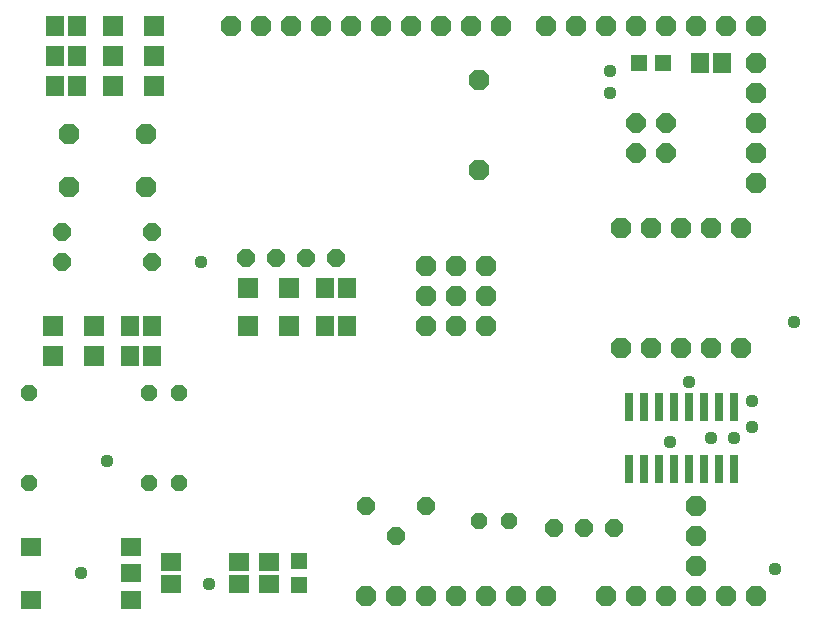
<source format=gts>
G75*
%MOIN*%
%OFA0B0*%
%FSLAX25Y25*%
%IPPOS*%
%LPD*%
%AMOC8*
5,1,8,0,0,1.08239X$1,22.5*
%
%ADD10OC8,0.06737*%
%ADD11OC8,0.06800*%
%ADD12OC8,0.06000*%
%ADD13R,0.05524X0.05524*%
%ADD14OC8,0.05950*%
%ADD15OC8,0.05556*%
%ADD16R,0.05918X0.06706*%
%ADD17R,0.06706X0.05918*%
%ADD18R,0.06706X0.06706*%
%ADD19R,0.03162X0.09461*%
%ADD20R,0.07099X0.06312*%
%ADD21OC8,0.06400*%
%ADD22C,0.04369*%
D10*
X0125000Y0015000D03*
X0135000Y0015000D03*
X0145000Y0015000D03*
X0155000Y0015000D03*
X0165000Y0015000D03*
X0175000Y0015000D03*
X0185000Y0015000D03*
X0205000Y0015000D03*
X0215000Y0015000D03*
X0225000Y0015000D03*
X0235000Y0015000D03*
X0245000Y0015000D03*
X0255000Y0015000D03*
X0250000Y0097500D03*
X0240000Y0097500D03*
X0230000Y0097500D03*
X0220000Y0097500D03*
X0210000Y0097500D03*
X0210000Y0137500D03*
X0220000Y0137500D03*
X0230000Y0137500D03*
X0240000Y0137500D03*
X0250000Y0137500D03*
X0245000Y0205000D03*
X0235000Y0205000D03*
X0225000Y0205000D03*
X0215000Y0205000D03*
X0205000Y0205000D03*
X0195000Y0205000D03*
X0185000Y0205000D03*
X0170000Y0205000D03*
X0160000Y0205000D03*
X0150000Y0205000D03*
X0140000Y0205000D03*
X0130000Y0205000D03*
X0120000Y0205000D03*
X0110000Y0205000D03*
X0100000Y0205000D03*
X0090000Y0205000D03*
X0080000Y0205000D03*
X0162500Y0186752D03*
X0162500Y0156752D03*
X0255000Y0205000D03*
D11*
X0255000Y0192500D03*
X0255000Y0182500D03*
X0255000Y0172500D03*
X0255000Y0162500D03*
X0255000Y0152500D03*
X0165000Y0125000D03*
X0165000Y0115000D03*
X0155000Y0115000D03*
X0145000Y0115000D03*
X0145000Y0125000D03*
X0155000Y0125000D03*
X0155000Y0105000D03*
X0145000Y0105000D03*
X0165000Y0105000D03*
X0235000Y0045000D03*
X0235000Y0035000D03*
X0235000Y0025000D03*
X0051550Y0151100D03*
X0051550Y0168900D03*
X0025950Y0168900D03*
X0025950Y0151100D03*
D12*
X0023750Y0136250D03*
X0023750Y0126250D03*
X0053750Y0126250D03*
X0053750Y0136250D03*
X0187500Y0037500D03*
X0197500Y0037500D03*
X0207500Y0037500D03*
D13*
X0102500Y0026634D03*
X0102500Y0018366D03*
X0215866Y0192500D03*
X0224134Y0192500D03*
D14*
X0115000Y0127500D03*
X0105000Y0127500D03*
X0095000Y0127500D03*
X0085000Y0127500D03*
X0125000Y0045000D03*
X0135000Y0035000D03*
X0145000Y0045000D03*
D15*
X0162500Y0040000D03*
X0172500Y0040000D03*
X0062500Y0052500D03*
X0052500Y0052500D03*
X0052500Y0082500D03*
X0062500Y0082500D03*
X0012500Y0082500D03*
X0012500Y0052500D03*
D16*
X0046260Y0095000D03*
X0053740Y0095000D03*
X0053740Y0105000D03*
X0046260Y0105000D03*
X0111260Y0105000D03*
X0118740Y0105000D03*
X0118740Y0117500D03*
X0111260Y0117500D03*
X0028740Y0185000D03*
X0021260Y0185000D03*
X0021260Y0195000D03*
X0028740Y0195000D03*
X0028740Y0205000D03*
X0021260Y0205000D03*
X0236260Y0192500D03*
X0243740Y0192500D03*
D17*
X0092500Y0026240D03*
X0092500Y0018760D03*
X0082500Y0018760D03*
X0082500Y0026240D03*
X0060000Y0026240D03*
X0060000Y0018760D03*
D18*
X0034390Y0095000D03*
X0034390Y0105000D03*
X0020610Y0105000D03*
X0020610Y0095000D03*
X0085610Y0105000D03*
X0099390Y0105000D03*
X0099390Y0117500D03*
X0085610Y0117500D03*
X0054390Y0185000D03*
X0054390Y0195000D03*
X0054390Y0205000D03*
X0040610Y0205000D03*
X0040610Y0195000D03*
X0040610Y0185000D03*
D19*
X0212500Y0077736D03*
X0217500Y0077736D03*
X0222500Y0077736D03*
X0227500Y0077736D03*
X0232500Y0077736D03*
X0237500Y0077736D03*
X0242500Y0077736D03*
X0247500Y0077736D03*
X0247500Y0057264D03*
X0242500Y0057264D03*
X0237500Y0057264D03*
X0232500Y0057264D03*
X0227500Y0057264D03*
X0222500Y0057264D03*
X0217500Y0057264D03*
X0212500Y0057264D03*
D20*
X0013465Y0013642D03*
X0013465Y0031358D03*
X0046535Y0031358D03*
X0046535Y0022500D03*
X0046535Y0013642D03*
D21*
X0215000Y0162500D03*
X0225000Y0162500D03*
X0225000Y0172500D03*
X0215000Y0172500D03*
D22*
X0206250Y0182500D03*
X0206250Y0190000D03*
X0267500Y0106250D03*
X0253750Y0080000D03*
X0253750Y0071250D03*
X0247500Y0067500D03*
X0240000Y0067500D03*
X0226250Y0066250D03*
X0232500Y0086250D03*
X0261250Y0023750D03*
X0072500Y0018750D03*
X0030000Y0022500D03*
X0038750Y0060000D03*
X0070000Y0126250D03*
M02*

</source>
